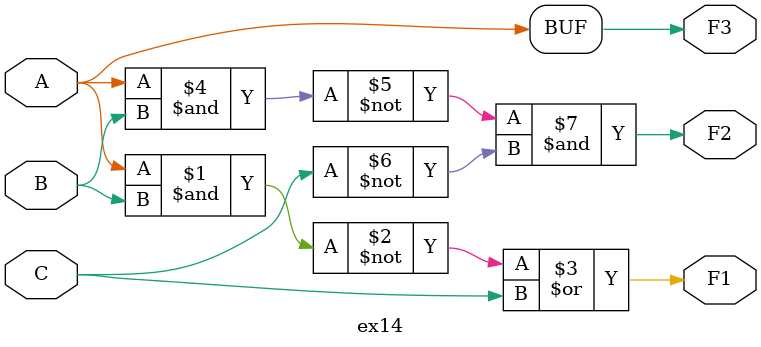
<source format=v>
module ex14(
  input  A,
  input  B,
  input  C,
  output F1,
  output F2,
  output F3
);

  // F1 = ~(A & B) | C   (De Morgan idea: ~(A&B) = ~A | ~B)
  assign F1 = ~(A & B) | C;

  // F2 = ~(A & B) & ~C
  assign F2 = ~(A & B) & ~C;

  // Absorption / simplification:
  // A&B + A&~B = A*(B + ~B) = A*1 = A
  assign F3 = A;

endmodule


</source>
